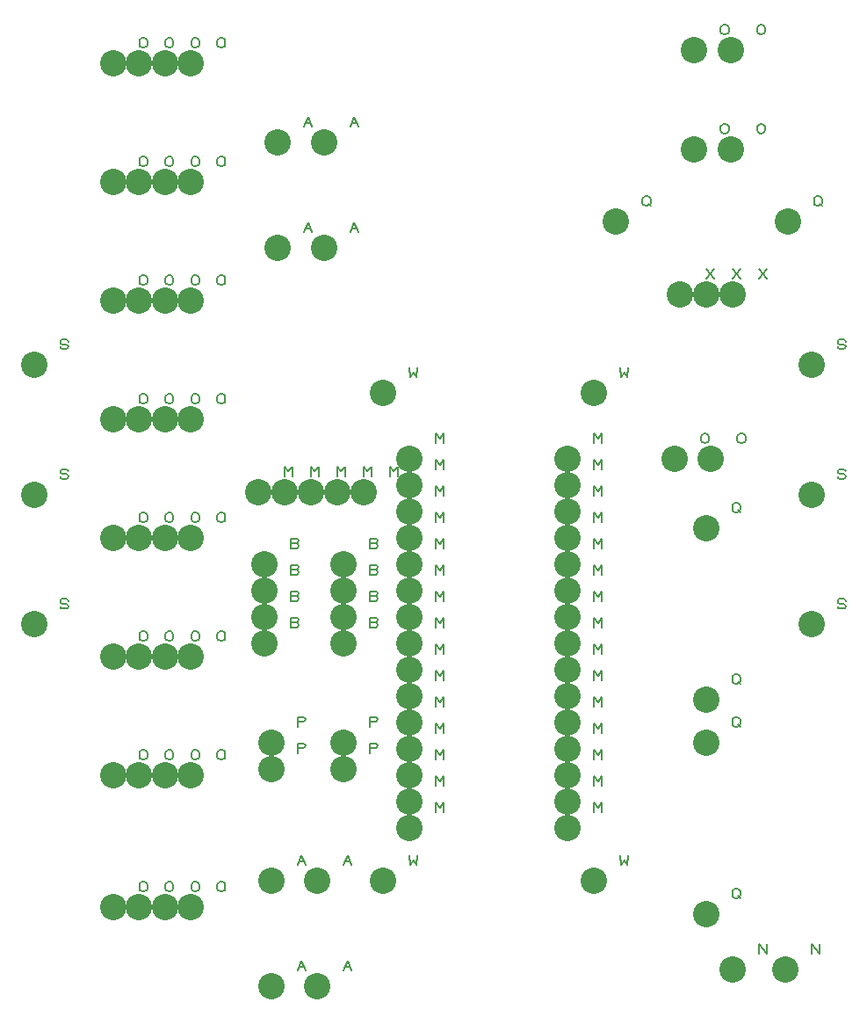
<source format=gbr>
G04 EasyPC Gerber Version 21.0.2 Build 4273 *
G04 #@! TF.Part,Single*
G04 #@! TF.FileFunction,Drillmap *
G04 #@! TF.FilePolarity,Positive *
%FSLAX35Y35*%
%MOIN*%
%ADD11C,0.00500*%
G04 #@! TA.AperFunction,SMDPad*
%ADD10C,0.10000*%
X0Y0D02*
D02*
D10*
X20600Y147923D03*
Y197135D03*
Y246348D03*
X50600Y40600D03*
Y90600D03*
Y135600D03*
Y180600D03*
Y225600D03*
Y270600D03*
Y315600D03*
Y360600D03*
X60443Y40600D03*
Y90600D03*
Y135600D03*
Y180600D03*
Y225600D03*
Y270600D03*
Y315600D03*
Y360600D03*
X70285Y40600D03*
Y90600D03*
Y135600D03*
Y180600D03*
Y225600D03*
Y270600D03*
Y315600D03*
Y360600D03*
X80128Y40600D03*
Y90600D03*
Y135600D03*
Y180600D03*
Y225600D03*
Y270600D03*
Y315600D03*
Y360600D03*
X105600Y198100D03*
X108100Y140817D03*
Y150817D03*
Y160817D03*
Y170817D03*
X110600Y10600D03*
Y50600D03*
Y93100D03*
Y103100D03*
X113100Y290600D03*
Y330600D03*
X115600Y198100D03*
X125600D03*
X128100Y10600D03*
Y50600D03*
X130600Y290600D03*
Y330600D03*
X135600Y198100D03*
X138100Y93100D03*
Y103100D03*
Y140817D03*
Y150817D03*
Y160817D03*
Y170817D03*
X145600Y198100D03*
X153100Y50600D03*
Y235600D03*
X163100Y70600D03*
Y80600D03*
Y90600D03*
Y100600D03*
Y110600D03*
Y120600D03*
Y130600D03*
Y140600D03*
Y150600D03*
Y160600D03*
Y170600D03*
Y180600D03*
Y190600D03*
Y200600D03*
Y210600D03*
X223100Y70600D03*
Y80600D03*
Y90600D03*
Y100600D03*
Y110600D03*
Y120600D03*
Y130600D03*
Y140600D03*
Y150600D03*
Y160600D03*
Y170600D03*
Y180600D03*
Y190600D03*
Y200600D03*
Y210600D03*
X233100Y50600D03*
Y235600D03*
X241561Y300600D03*
X263710Y210600D03*
X265600Y273100D03*
X271210Y328100D03*
Y365600D03*
X275600Y38100D03*
Y103139D03*
Y119303D03*
Y184342D03*
Y273100D03*
X277490Y210600D03*
X284990Y328100D03*
Y365600D03*
X285600Y16997D03*
Y273100D03*
X305600Y16997D03*
X306600Y300600D03*
X315600Y147923D03*
Y197135D03*
Y246348D03*
D02*
D11*
X30600Y154798D02*
X30913Y154173D01*
X31537Y153860*
X32787*
X33413Y154173*
X33725Y154798*
X33413Y155423*
X32787Y155735*
X31537*
X30913Y156048*
X30600Y156673*
X30913Y157298*
X31537Y157610*
X32787*
X33413Y157298*
X33725Y156673*
X30600Y204011D02*
X30913Y203385D01*
X31537Y203073*
X32787*
X33413Y203385*
X33725Y204011*
X33413Y204635*
X32787Y204948*
X31537*
X30913Y205261*
X30600Y205885*
X30913Y206511*
X31537Y206823*
X32787*
X33413Y206511*
X33725Y205885*
X30600Y253223D02*
X30913Y252598D01*
X31537Y252285*
X32787*
X33413Y252598*
X33725Y253223*
X33413Y253848*
X32787Y254161*
X31537*
X30913Y254473*
X30600Y255098*
X30913Y255723*
X31537Y256035*
X32787*
X33413Y255723*
X33725Y255098*
X60600Y47787D02*
Y49037D01*
X60913Y49663*
X61225Y49975*
X61850Y50287*
X62475*
X63100Y49975*
X63413Y49663*
X63725Y49037*
Y47787*
X63413Y47163*
X63100Y46850*
X62475Y46537*
X61850*
X61225Y46850*
X60913Y47163*
X60600Y47787*
Y97787D02*
Y99037D01*
X60913Y99663*
X61225Y99975*
X61850Y100287*
X62475*
X63100Y99975*
X63413Y99663*
X63725Y99037*
Y97787*
X63413Y97163*
X63100Y96850*
X62475Y96537*
X61850*
X61225Y96850*
X60913Y97163*
X60600Y97787*
Y142787D02*
Y144037D01*
X60913Y144663*
X61225Y144975*
X61850Y145287*
X62475*
X63100Y144975*
X63413Y144663*
X63725Y144037*
Y142787*
X63413Y142163*
X63100Y141850*
X62475Y141537*
X61850*
X61225Y141850*
X60913Y142163*
X60600Y142787*
Y187787D02*
Y189037D01*
X60913Y189663*
X61225Y189975*
X61850Y190287*
X62475*
X63100Y189975*
X63413Y189663*
X63725Y189037*
Y187787*
X63413Y187163*
X63100Y186850*
X62475Y186537*
X61850*
X61225Y186850*
X60913Y187163*
X60600Y187787*
Y232787D02*
Y234037D01*
X60913Y234663*
X61225Y234975*
X61850Y235287*
X62475*
X63100Y234975*
X63413Y234663*
X63725Y234037*
Y232787*
X63413Y232163*
X63100Y231850*
X62475Y231537*
X61850*
X61225Y231850*
X60913Y232163*
X60600Y232787*
Y277787D02*
Y279037D01*
X60913Y279663*
X61225Y279975*
X61850Y280287*
X62475*
X63100Y279975*
X63413Y279663*
X63725Y279037*
Y277787*
X63413Y277163*
X63100Y276850*
X62475Y276537*
X61850*
X61225Y276850*
X60913Y277163*
X60600Y277787*
Y322787D02*
Y324037D01*
X60913Y324663*
X61225Y324975*
X61850Y325287*
X62475*
X63100Y324975*
X63413Y324663*
X63725Y324037*
Y322787*
X63413Y322163*
X63100Y321850*
X62475Y321537*
X61850*
X61225Y321850*
X60913Y322163*
X60600Y322787*
Y367787D02*
Y369037D01*
X60913Y369663*
X61225Y369975*
X61850Y370287*
X62475*
X63100Y369975*
X63413Y369663*
X63725Y369037*
Y367787*
X63413Y367163*
X63100Y366850*
X62475Y366537*
X61850*
X61225Y366850*
X60913Y367163*
X60600Y367787*
X70443Y47787D02*
Y49037D01*
X70755Y49663*
X71068Y49975*
X71693Y50287*
X72318*
X72943Y49975*
X73255Y49663*
X73568Y49037*
Y47787*
X73255Y47163*
X72943Y46850*
X72318Y46537*
X71693*
X71068Y46850*
X70755Y47163*
X70443Y47787*
Y97787D02*
Y99037D01*
X70755Y99663*
X71068Y99975*
X71693Y100287*
X72318*
X72943Y99975*
X73255Y99663*
X73568Y99037*
Y97787*
X73255Y97163*
X72943Y96850*
X72318Y96537*
X71693*
X71068Y96850*
X70755Y97163*
X70443Y97787*
Y142787D02*
Y144037D01*
X70755Y144663*
X71068Y144975*
X71693Y145287*
X72318*
X72943Y144975*
X73255Y144663*
X73568Y144037*
Y142787*
X73255Y142163*
X72943Y141850*
X72318Y141537*
X71693*
X71068Y141850*
X70755Y142163*
X70443Y142787*
Y187787D02*
Y189037D01*
X70755Y189663*
X71068Y189975*
X71693Y190287*
X72318*
X72943Y189975*
X73255Y189663*
X73568Y189037*
Y187787*
X73255Y187163*
X72943Y186850*
X72318Y186537*
X71693*
X71068Y186850*
X70755Y187163*
X70443Y187787*
Y232787D02*
Y234037D01*
X70755Y234663*
X71068Y234975*
X71693Y235287*
X72318*
X72943Y234975*
X73255Y234663*
X73568Y234037*
Y232787*
X73255Y232163*
X72943Y231850*
X72318Y231537*
X71693*
X71068Y231850*
X70755Y232163*
X70443Y232787*
Y277787D02*
Y279037D01*
X70755Y279663*
X71068Y279975*
X71693Y280287*
X72318*
X72943Y279975*
X73255Y279663*
X73568Y279037*
Y277787*
X73255Y277163*
X72943Y276850*
X72318Y276537*
X71693*
X71068Y276850*
X70755Y277163*
X70443Y277787*
Y322787D02*
Y324037D01*
X70755Y324663*
X71068Y324975*
X71693Y325287*
X72318*
X72943Y324975*
X73255Y324663*
X73568Y324037*
Y322787*
X73255Y322163*
X72943Y321850*
X72318Y321537*
X71693*
X71068Y321850*
X70755Y322163*
X70443Y322787*
Y367787D02*
Y369037D01*
X70755Y369663*
X71068Y369975*
X71693Y370287*
X72318*
X72943Y369975*
X73255Y369663*
X73568Y369037*
Y367787*
X73255Y367163*
X72943Y366850*
X72318Y366537*
X71693*
X71068Y366850*
X70755Y367163*
X70443Y367787*
X80285Y47787D02*
Y49037D01*
X80598Y49663*
X80910Y49975*
X81535Y50287*
X82160*
X82785Y49975*
X83098Y49663*
X83410Y49037*
Y47787*
X83098Y47163*
X82785Y46850*
X82160Y46537*
X81535*
X80910Y46850*
X80598Y47163*
X80285Y47787*
Y97787D02*
Y99037D01*
X80598Y99663*
X80910Y99975*
X81535Y100287*
X82160*
X82785Y99975*
X83098Y99663*
X83410Y99037*
Y97787*
X83098Y97163*
X82785Y96850*
X82160Y96537*
X81535*
X80910Y96850*
X80598Y97163*
X80285Y97787*
Y142787D02*
Y144037D01*
X80598Y144663*
X80910Y144975*
X81535Y145287*
X82160*
X82785Y144975*
X83098Y144663*
X83410Y144037*
Y142787*
X83098Y142163*
X82785Y141850*
X82160Y141537*
X81535*
X80910Y141850*
X80598Y142163*
X80285Y142787*
Y187787D02*
Y189037D01*
X80598Y189663*
X80910Y189975*
X81535Y190287*
X82160*
X82785Y189975*
X83098Y189663*
X83410Y189037*
Y187787*
X83098Y187163*
X82785Y186850*
X82160Y186537*
X81535*
X80910Y186850*
X80598Y187163*
X80285Y187787*
Y232787D02*
Y234037D01*
X80598Y234663*
X80910Y234975*
X81535Y235287*
X82160*
X82785Y234975*
X83098Y234663*
X83410Y234037*
Y232787*
X83098Y232163*
X82785Y231850*
X82160Y231537*
X81535*
X80910Y231850*
X80598Y232163*
X80285Y232787*
Y277787D02*
Y279037D01*
X80598Y279663*
X80910Y279975*
X81535Y280287*
X82160*
X82785Y279975*
X83098Y279663*
X83410Y279037*
Y277787*
X83098Y277163*
X82785Y276850*
X82160Y276537*
X81535*
X80910Y276850*
X80598Y277163*
X80285Y277787*
Y322787D02*
Y324037D01*
X80598Y324663*
X80910Y324975*
X81535Y325287*
X82160*
X82785Y324975*
X83098Y324663*
X83410Y324037*
Y322787*
X83098Y322163*
X82785Y321850*
X82160Y321537*
X81535*
X80910Y321850*
X80598Y322163*
X80285Y322787*
Y367787D02*
Y369037D01*
X80598Y369663*
X80910Y369975*
X81535Y370287*
X82160*
X82785Y369975*
X83098Y369663*
X83410Y369037*
Y367787*
X83098Y367163*
X82785Y366850*
X82160Y366537*
X81535*
X80910Y366850*
X80598Y367163*
X80285Y367787*
X90128Y47787D02*
Y49037D01*
X90440Y49663*
X90753Y49975*
X91378Y50287*
X92003*
X92628Y49975*
X92940Y49663*
X93253Y49037*
Y47787*
X92940Y47163*
X92628Y46850*
X92003Y46537*
X91378*
X90753Y46850*
X90440Y47163*
X90128Y47787*
Y97787D02*
Y99037D01*
X90440Y99663*
X90753Y99975*
X91378Y100287*
X92003*
X92628Y99975*
X92940Y99663*
X93253Y99037*
Y97787*
X92940Y97163*
X92628Y96850*
X92003Y96537*
X91378*
X90753Y96850*
X90440Y97163*
X90128Y97787*
Y142787D02*
Y144037D01*
X90440Y144663*
X90753Y144975*
X91378Y145287*
X92003*
X92628Y144975*
X92940Y144663*
X93253Y144037*
Y142787*
X92940Y142163*
X92628Y141850*
X92003Y141537*
X91378*
X90753Y141850*
X90440Y142163*
X90128Y142787*
Y187787D02*
Y189037D01*
X90440Y189663*
X90753Y189975*
X91378Y190287*
X92003*
X92628Y189975*
X92940Y189663*
X93253Y189037*
Y187787*
X92940Y187163*
X92628Y186850*
X92003Y186537*
X91378*
X90753Y186850*
X90440Y187163*
X90128Y187787*
Y232787D02*
Y234037D01*
X90440Y234663*
X90753Y234975*
X91378Y235287*
X92003*
X92628Y234975*
X92940Y234663*
X93253Y234037*
Y232787*
X92940Y232163*
X92628Y231850*
X92003Y231537*
X91378*
X90753Y231850*
X90440Y232163*
X90128Y232787*
Y277787D02*
Y279037D01*
X90440Y279663*
X90753Y279975*
X91378Y280287*
X92003*
X92628Y279975*
X92940Y279663*
X93253Y279037*
Y277787*
X92940Y277163*
X92628Y276850*
X92003Y276537*
X91378*
X90753Y276850*
X90440Y277163*
X90128Y277787*
Y322787D02*
Y324037D01*
X90440Y324663*
X90753Y324975*
X91378Y325287*
X92003*
X92628Y324975*
X92940Y324663*
X93253Y324037*
Y322787*
X92940Y322163*
X92628Y321850*
X92003Y321537*
X91378*
X90753Y321850*
X90440Y322163*
X90128Y322787*
Y367787D02*
Y369037D01*
X90440Y369663*
X90753Y369975*
X91378Y370287*
X92003*
X92628Y369975*
X92940Y369663*
X93253Y369037*
Y367787*
X92940Y367163*
X92628Y366850*
X92003Y366537*
X91378*
X90753Y366850*
X90440Y367163*
X90128Y367787*
X115600Y204037D02*
Y207787D01*
X117163Y205913*
X118725Y207787*
Y204037*
X120287Y148629D02*
X120913Y148317D01*
X121225Y147692*
X120913Y147067*
X120287Y146754*
X118100*
Y150504*
X120287*
X120913Y150192*
X121225Y149567*
X120913Y148942*
X120287Y148629*
X118100*
X120287Y158629D02*
X120913Y158317D01*
X121225Y157692*
X120913Y157067*
X120287Y156754*
X118100*
Y160504*
X120287*
X120913Y160192*
X121225Y159567*
X120913Y158942*
X120287Y158629*
X118100*
X120287Y168629D02*
X120913Y168317D01*
X121225Y167692*
X120913Y167067*
X120287Y166754*
X118100*
Y170504*
X120287*
X120913Y170192*
X121225Y169567*
X120913Y168942*
X120287Y168629*
X118100*
X120287Y178629D02*
X120913Y178317D01*
X121225Y177692*
X120913Y177067*
X120287Y176754*
X118100*
Y180504*
X120287*
X120913Y180192*
X121225Y179567*
X120913Y178942*
X120287Y178629*
X118100*
X120600Y16537D02*
X122163Y20287D01*
X123725Y16537*
X121225Y18100D02*
X123100D01*
X120600Y56537D02*
X122163Y60287D01*
X123725Y56537*
X121225Y58100D02*
X123100D01*
X120600Y99037D02*
Y102787D01*
X122787*
X123413Y102475*
X123725Y101850*
X123413Y101225*
X122787Y100913*
X120600*
Y109037D02*
Y112787D01*
X122787*
X123413Y112475*
X123725Y111850*
X123413Y111225*
X122787Y110913*
X120600*
X123100Y296537D02*
X124663Y300287D01*
X126225Y296537*
X123725Y298100D02*
X125600D01*
X123100Y336537D02*
X124663Y340287D01*
X126225Y336537*
X123725Y338100D02*
X125600D01*
Y204037D02*
Y207787D01*
X127163Y205913*
X128725Y207787*
Y204037*
X135600D02*
Y207787D01*
X137163Y205913*
X138725Y207787*
Y204037*
X138100Y16537D02*
X139663Y20287D01*
X141225Y16537*
X138725Y18100D02*
X140600D01*
X138100Y56537D02*
X139663Y60287D01*
X141225Y56537*
X138725Y58100D02*
X140600D01*
Y296537D02*
X142163Y300287D01*
X143725Y296537*
X141225Y298100D02*
X143100D01*
X140600Y336537D02*
X142163Y340287D01*
X143725Y336537*
X141225Y338100D02*
X143100D01*
X145600Y204037D02*
Y207787D01*
X147163Y205913*
X148725Y207787*
Y204037*
X148100Y99037D02*
Y102787D01*
X150287*
X150913Y102475*
X151225Y101850*
X150913Y101225*
X150287Y100913*
X148100*
Y109037D02*
Y112787D01*
X150287*
X150913Y112475*
X151225Y111850*
X150913Y111225*
X150287Y110913*
X148100*
X150287Y148629D02*
X150913Y148317D01*
X151225Y147692*
X150913Y147067*
X150287Y146754*
X148100*
Y150504*
X150287*
X150913Y150192*
X151225Y149567*
X150913Y148942*
X150287Y148629*
X148100*
X150287Y158629D02*
X150913Y158317D01*
X151225Y157692*
X150913Y157067*
X150287Y156754*
X148100*
Y160504*
X150287*
X150913Y160192*
X151225Y159567*
X150913Y158942*
X150287Y158629*
X148100*
X150287Y168629D02*
X150913Y168317D01*
X151225Y167692*
X150913Y167067*
X150287Y166754*
X148100*
Y170504*
X150287*
X150913Y170192*
X151225Y169567*
X150913Y168942*
X150287Y168629*
X148100*
X150287Y178629D02*
X150913Y178317D01*
X151225Y177692*
X150913Y177067*
X150287Y176754*
X148100*
Y180504*
X150287*
X150913Y180192*
X151225Y179567*
X150913Y178942*
X150287Y178629*
X148100*
X155600Y204037D02*
Y207787D01*
X157163Y205913*
X158725Y207787*
Y204037*
X163100Y60287D02*
X163413Y56537D01*
X164663Y58413*
X165913Y56537*
X166225Y60287*
X163100Y245287D02*
X163413Y241537D01*
X164663Y243413*
X165913Y241537*
X166225Y245287*
X173100Y76537D02*
Y80287D01*
X174663Y78413*
X176225Y80287*
Y76537*
X173100Y86537D02*
Y90287D01*
X174663Y88413*
X176225Y90287*
Y86537*
X173100Y96537D02*
Y100287D01*
X174663Y98413*
X176225Y100287*
Y96537*
X173100Y106537D02*
Y110287D01*
X174663Y108413*
X176225Y110287*
Y106537*
X173100Y116537D02*
Y120287D01*
X174663Y118413*
X176225Y120287*
Y116537*
X173100Y126537D02*
Y130287D01*
X174663Y128413*
X176225Y130287*
Y126537*
X173100Y136537D02*
Y140287D01*
X174663Y138413*
X176225Y140287*
Y136537*
X173100Y146537D02*
Y150287D01*
X174663Y148413*
X176225Y150287*
Y146537*
X173100Y156537D02*
Y160287D01*
X174663Y158413*
X176225Y160287*
Y156537*
X173100Y166537D02*
Y170287D01*
X174663Y168413*
X176225Y170287*
Y166537*
X173100Y176537D02*
Y180287D01*
X174663Y178413*
X176225Y180287*
Y176537*
X173100Y186537D02*
Y190287D01*
X174663Y188413*
X176225Y190287*
Y186537*
X173100Y196537D02*
Y200287D01*
X174663Y198413*
X176225Y200287*
Y196537*
X173100Y206537D02*
Y210287D01*
X174663Y208413*
X176225Y210287*
Y206537*
X173100Y216537D02*
Y220287D01*
X174663Y218413*
X176225Y220287*
Y216537*
X233100Y76537D02*
Y80287D01*
X234663Y78413*
X236225Y80287*
Y76537*
X233100Y86537D02*
Y90287D01*
X234663Y88413*
X236225Y90287*
Y86537*
X233100Y96537D02*
Y100287D01*
X234663Y98413*
X236225Y100287*
Y96537*
X233100Y106537D02*
Y110287D01*
X234663Y108413*
X236225Y110287*
Y106537*
X233100Y116537D02*
Y120287D01*
X234663Y118413*
X236225Y120287*
Y116537*
X233100Y126537D02*
Y130287D01*
X234663Y128413*
X236225Y130287*
Y126537*
X233100Y136537D02*
Y140287D01*
X234663Y138413*
X236225Y140287*
Y136537*
X233100Y146537D02*
Y150287D01*
X234663Y148413*
X236225Y150287*
Y146537*
X233100Y156537D02*
Y160287D01*
X234663Y158413*
X236225Y160287*
Y156537*
X233100Y166537D02*
Y170287D01*
X234663Y168413*
X236225Y170287*
Y166537*
X233100Y176537D02*
Y180287D01*
X234663Y178413*
X236225Y180287*
Y176537*
X233100Y186537D02*
Y190287D01*
X234663Y188413*
X236225Y190287*
Y186537*
X233100Y196537D02*
Y200287D01*
X234663Y198413*
X236225Y200287*
Y196537*
X233100Y206537D02*
Y210287D01*
X234663Y208413*
X236225Y210287*
Y206537*
X233100Y216537D02*
Y220287D01*
X234663Y218413*
X236225Y220287*
Y216537*
X243100Y60287D02*
X243413Y56537D01*
X244663Y58413*
X245913Y56537*
X246225Y60287*
X243100Y245287D02*
X243413Y241537D01*
X244663Y243413*
X245913Y241537*
X246225Y245287*
X251561Y307787D02*
Y309037D01*
X251873Y309663*
X252186Y309975*
X252811Y310287*
X253436*
X254061Y309975*
X254373Y309663*
X254686Y309037*
Y307787*
X254373Y307163*
X254061Y306850*
X253436Y306537*
X252811*
X252186Y306850*
X251873Y307163*
X251561Y307787*
X253748Y307475D02*
X254686Y306537D01*
X273710Y217787D02*
Y219037D01*
X274023Y219663*
X274335Y219975*
X274960Y220287*
X275585*
X276210Y219975*
X276523Y219663*
X276835Y219037*
Y217787*
X276523Y217163*
X276210Y216850*
X275585Y216537*
X274960*
X274335Y216850*
X274023Y217163*
X273710Y217787*
X275600Y279037D02*
X278725Y282787D01*
X275600D02*
X278725Y279037D01*
X281210Y335287D02*
Y336537D01*
X281523Y337163*
X281835Y337475*
X282460Y337787*
X283085*
X283710Y337475*
X284023Y337163*
X284335Y336537*
Y335287*
X284023Y334663*
X283710Y334350*
X283085Y334037*
X282460*
X281835Y334350*
X281523Y334663*
X281210Y335287*
Y372787D02*
Y374037D01*
X281523Y374663*
X281835Y374975*
X282460Y375287*
X283085*
X283710Y374975*
X284023Y374663*
X284335Y374037*
Y372787*
X284023Y372163*
X283710Y371850*
X283085Y371537*
X282460*
X281835Y371850*
X281523Y372163*
X281210Y372787*
X285600Y45287D02*
Y46537D01*
X285913Y47163*
X286225Y47475*
X286850Y47787*
X287475*
X288100Y47475*
X288413Y47163*
X288725Y46537*
Y45287*
X288413Y44663*
X288100Y44350*
X287475Y44037*
X286850*
X286225Y44350*
X285913Y44663*
X285600Y45287*
X287787Y44975D02*
X288725Y44037D01*
X285600Y110327D02*
Y111577D01*
X285913Y112202*
X286225Y112515*
X286850Y112827*
X287475*
X288100Y112515*
X288413Y112202*
X288725Y111577*
Y110327*
X288413Y109702*
X288100Y109389*
X287475Y109077*
X286850*
X286225Y109389*
X285913Y109702*
X285600Y110327*
X287787Y110015D02*
X288725Y109077D01*
X285600Y126490D02*
Y127740D01*
X285913Y128365*
X286225Y128678*
X286850Y128990*
X287475*
X288100Y128678*
X288413Y128365*
X288725Y127740*
Y126490*
X288413Y125865*
X288100Y125553*
X287475Y125240*
X286850*
X286225Y125553*
X285913Y125865*
X285600Y126490*
X287787Y126178D02*
X288725Y125240D01*
X285600Y191530D02*
Y192780D01*
X285913Y193405*
X286225Y193717*
X286850Y194030*
X287475*
X288100Y193717*
X288413Y193405*
X288725Y192780*
Y191530*
X288413Y190905*
X288100Y190592*
X287475Y190280*
X286850*
X286225Y190592*
X285913Y190905*
X285600Y191530*
X287787Y191217D02*
X288725Y190280D01*
X285600Y279037D02*
X288725Y282787D01*
X285600D02*
X288725Y279037D01*
X287490Y217787D02*
Y219037D01*
X287802Y219663*
X288115Y219975*
X288740Y220287*
X289365*
X289990Y219975*
X290302Y219663*
X290615Y219037*
Y217787*
X290302Y217163*
X289990Y216850*
X289365Y216537*
X288740*
X288115Y216850*
X287802Y217163*
X287490Y217787*
X294990Y335287D02*
Y336537D01*
X295302Y337163*
X295615Y337475*
X296240Y337787*
X296865*
X297490Y337475*
X297802Y337163*
X298115Y336537*
Y335287*
X297802Y334663*
X297490Y334350*
X296865Y334037*
X296240*
X295615Y334350*
X295302Y334663*
X294990Y335287*
Y372787D02*
Y374037D01*
X295302Y374663*
X295615Y374975*
X296240Y375287*
X296865*
X297490Y374975*
X297802Y374663*
X298115Y374037*
Y372787*
X297802Y372163*
X297490Y371850*
X296865Y371537*
X296240*
X295615Y371850*
X295302Y372163*
X294990Y372787*
X295600Y22934D02*
Y26684D01*
X298725Y22934*
Y26684*
X295600Y279037D02*
X298725Y282787D01*
X295600D02*
X298725Y279037D01*
X315600Y22934D02*
Y26684D01*
X318725Y22934*
Y26684*
X316600Y307787D02*
Y309037D01*
X316913Y309663*
X317225Y309975*
X317850Y310287*
X318475*
X319100Y309975*
X319413Y309663*
X319725Y309037*
Y307787*
X319413Y307163*
X319100Y306850*
X318475Y306537*
X317850*
X317225Y306850*
X316913Y307163*
X316600Y307787*
X318787Y307475D02*
X319725Y306537D01*
X325600Y154798D02*
X325913Y154173D01*
X326537Y153860*
X327787*
X328413Y154173*
X328725Y154798*
X328413Y155423*
X327787Y155735*
X326537*
X325913Y156048*
X325600Y156673*
X325913Y157298*
X326537Y157610*
X327787*
X328413Y157298*
X328725Y156673*
X325600Y204011D02*
X325913Y203385D01*
X326537Y203073*
X327787*
X328413Y203385*
X328725Y204011*
X328413Y204635*
X327787Y204948*
X326537*
X325913Y205261*
X325600Y205885*
X325913Y206511*
X326537Y206823*
X327787*
X328413Y206511*
X328725Y205885*
X325600Y253223D02*
X325913Y252598D01*
X326537Y252285*
X327787*
X328413Y252598*
X328725Y253223*
X328413Y253848*
X327787Y254161*
X326537*
X325913Y254473*
X325600Y255098*
X325913Y255723*
X326537Y256035*
X327787*
X328413Y255723*
X328725Y255098*
X0Y0D02*
M02*

</source>
